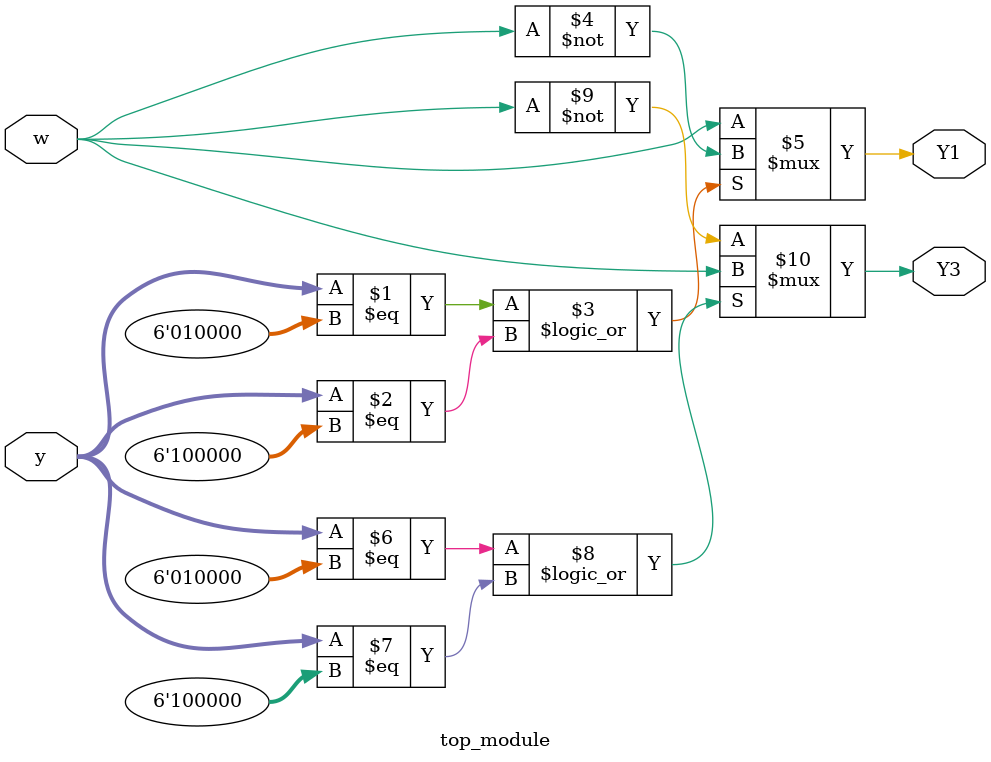
<source format=sv>
module top_module (
	input [5:0] y,
	input w,
	output Y1,
	output Y3
);

assign Y1 = (y == 6'b010000 || y == 6'b100000) ? ~w : w;
assign Y3 = (y == 6'b010000 || y == 6'b100000) ? w : ~w;

endmodule

</source>
